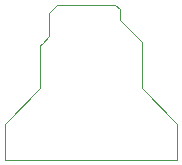
<source format=gm1>
G04 #@! TF.FileFunction,Profile,NP*
%FSLAX46Y46*%
G04 Gerber Fmt 4.6, Leading zero omitted, Abs format (unit mm)*
G04 Created by KiCad (PCBNEW 4.0.7) date 02/03/18 21:51:46*
%MOMM*%
%LPD*%
G01*
G04 APERTURE LIST*
%ADD10C,0.100000*%
G04 APERTURE END LIST*
D10*
X17574800Y-17474800D02*
X17674800Y-17374800D01*
X17574800Y-21174800D02*
X17574800Y-17474800D01*
X14574800Y-24174800D02*
X17574800Y-21174800D01*
X14574800Y-24174800D02*
X14574800Y-27274800D01*
X18274800Y-16774800D02*
X17674800Y-17374800D01*
X18274800Y-14774800D02*
X18274800Y-16774800D01*
X18974800Y-14074800D02*
X18274800Y-14774800D01*
X19074800Y-14074800D02*
X18974800Y-14074800D01*
X23874800Y-14074800D02*
X19074800Y-14074800D01*
X24274800Y-14474800D02*
X23874800Y-14074800D01*
X24274800Y-15374800D02*
X24274800Y-14474800D01*
X26174800Y-17274800D02*
X26174800Y-21174800D01*
X24274800Y-15374800D02*
X26174800Y-17274800D01*
X29174800Y-24174800D02*
X26174800Y-21174800D01*
X29174800Y-27274800D02*
X29174800Y-24174800D01*
X14574800Y-27274800D02*
X29174800Y-27274800D01*
M02*

</source>
